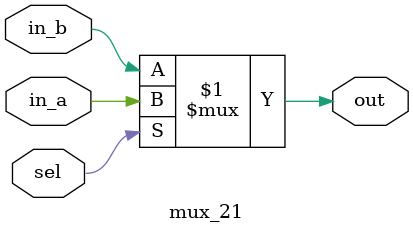
<source format=v>
module mux_21(
  sel,
  in_a,
  in_b,
  out
);
  input       sel;
  input       in_a;
  input       in_b;
  output      out;

  assign out    = sel ? in_a : in_b;

endmodule

</source>
